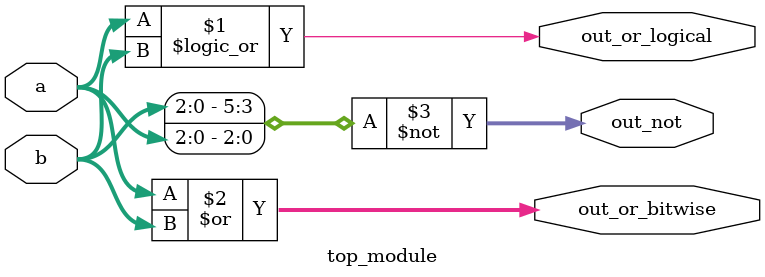
<source format=v>
module top_module( 
    input [2:0] a,
    input [2:0] b,
    output [2:0] out_or_bitwise,
    output out_or_logical,
    output [5:0] out_not
);

    assign out_or_logical = a || b;
    assign out_or_bitwise = a | b;
    assign out_not = ~{b , a};
endmodule

</source>
